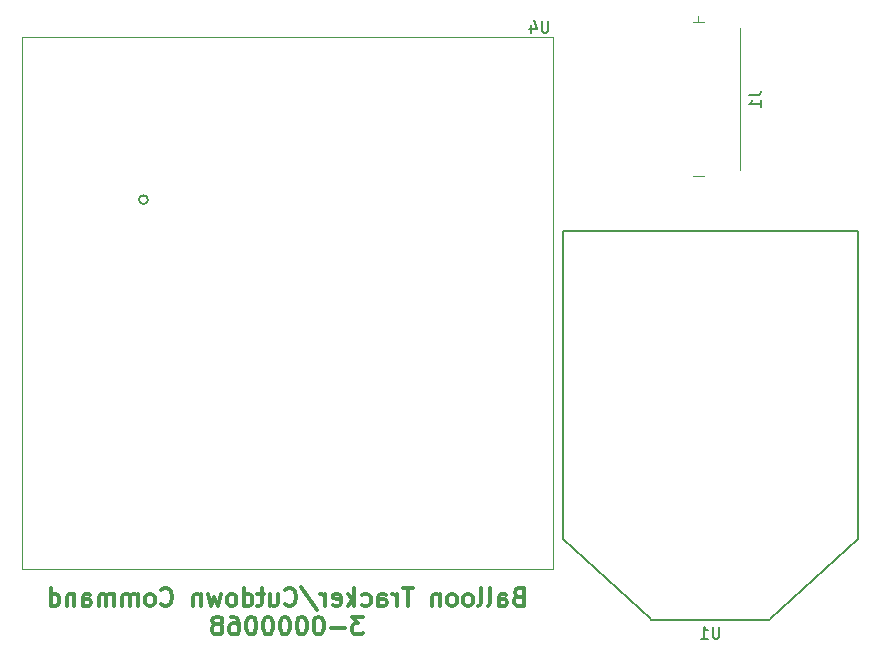
<source format=gbr>
%TF.GenerationSoftware,KiCad,Pcbnew,(6.0.7)*%
%TF.CreationDate,2022-09-05T17:33:02-05:00*%
%TF.ProjectId,tracker,74726163-6b65-4722-9e6b-696361645f70,1.0*%
%TF.SameCoordinates,Original*%
%TF.FileFunction,Legend,Bot*%
%TF.FilePolarity,Positive*%
%FSLAX46Y46*%
G04 Gerber Fmt 4.6, Leading zero omitted, Abs format (unit mm)*
G04 Created by KiCad (PCBNEW (6.0.7)) date 2022-09-05 17:33:02*
%MOMM*%
%LPD*%
G01*
G04 APERTURE LIST*
%ADD10C,0.300000*%
%ADD11C,0.150000*%
%ADD12C,0.120000*%
%ADD13C,0.152400*%
G04 APERTURE END LIST*
D10*
X159489714Y-140671357D02*
X159275428Y-140742785D01*
X159204000Y-140814214D01*
X159132571Y-140957071D01*
X159132571Y-141171357D01*
X159204000Y-141314214D01*
X159275428Y-141385642D01*
X159418285Y-141457071D01*
X159989714Y-141457071D01*
X159989714Y-139957071D01*
X159489714Y-139957071D01*
X159346857Y-140028500D01*
X159275428Y-140099928D01*
X159204000Y-140242785D01*
X159204000Y-140385642D01*
X159275428Y-140528500D01*
X159346857Y-140599928D01*
X159489714Y-140671357D01*
X159989714Y-140671357D01*
X157846857Y-141457071D02*
X157846857Y-140671357D01*
X157918285Y-140528500D01*
X158061142Y-140457071D01*
X158346857Y-140457071D01*
X158489714Y-140528500D01*
X157846857Y-141385642D02*
X157989714Y-141457071D01*
X158346857Y-141457071D01*
X158489714Y-141385642D01*
X158561142Y-141242785D01*
X158561142Y-141099928D01*
X158489714Y-140957071D01*
X158346857Y-140885642D01*
X157989714Y-140885642D01*
X157846857Y-140814214D01*
X156918285Y-141457071D02*
X157061142Y-141385642D01*
X157132571Y-141242785D01*
X157132571Y-139957071D01*
X156132571Y-141457071D02*
X156275428Y-141385642D01*
X156346857Y-141242785D01*
X156346857Y-139957071D01*
X155346857Y-141457071D02*
X155489714Y-141385642D01*
X155561142Y-141314214D01*
X155632571Y-141171357D01*
X155632571Y-140742785D01*
X155561142Y-140599928D01*
X155489714Y-140528500D01*
X155346857Y-140457071D01*
X155132571Y-140457071D01*
X154989714Y-140528500D01*
X154918285Y-140599928D01*
X154846857Y-140742785D01*
X154846857Y-141171357D01*
X154918285Y-141314214D01*
X154989714Y-141385642D01*
X155132571Y-141457071D01*
X155346857Y-141457071D01*
X153989714Y-141457071D02*
X154132571Y-141385642D01*
X154204000Y-141314214D01*
X154275428Y-141171357D01*
X154275428Y-140742785D01*
X154204000Y-140599928D01*
X154132571Y-140528500D01*
X153989714Y-140457071D01*
X153775428Y-140457071D01*
X153632571Y-140528500D01*
X153561142Y-140599928D01*
X153489714Y-140742785D01*
X153489714Y-141171357D01*
X153561142Y-141314214D01*
X153632571Y-141385642D01*
X153775428Y-141457071D01*
X153989714Y-141457071D01*
X152846857Y-140457071D02*
X152846857Y-141457071D01*
X152846857Y-140599928D02*
X152775428Y-140528500D01*
X152632571Y-140457071D01*
X152418285Y-140457071D01*
X152275428Y-140528500D01*
X152204000Y-140671357D01*
X152204000Y-141457071D01*
X150561142Y-139957071D02*
X149704000Y-139957071D01*
X150132571Y-141457071D02*
X150132571Y-139957071D01*
X149204000Y-141457071D02*
X149204000Y-140457071D01*
X149204000Y-140742785D02*
X149132571Y-140599928D01*
X149061142Y-140528500D01*
X148918285Y-140457071D01*
X148775428Y-140457071D01*
X147632571Y-141457071D02*
X147632571Y-140671357D01*
X147704000Y-140528500D01*
X147846857Y-140457071D01*
X148132571Y-140457071D01*
X148275428Y-140528500D01*
X147632571Y-141385642D02*
X147775428Y-141457071D01*
X148132571Y-141457071D01*
X148275428Y-141385642D01*
X148346857Y-141242785D01*
X148346857Y-141099928D01*
X148275428Y-140957071D01*
X148132571Y-140885642D01*
X147775428Y-140885642D01*
X147632571Y-140814214D01*
X146275428Y-141385642D02*
X146418285Y-141457071D01*
X146704000Y-141457071D01*
X146846857Y-141385642D01*
X146918285Y-141314214D01*
X146989714Y-141171357D01*
X146989714Y-140742785D01*
X146918285Y-140599928D01*
X146846857Y-140528500D01*
X146704000Y-140457071D01*
X146418285Y-140457071D01*
X146275428Y-140528500D01*
X145632571Y-141457071D02*
X145632571Y-139957071D01*
X145489714Y-140885642D02*
X145061142Y-141457071D01*
X145061142Y-140457071D02*
X145632571Y-141028500D01*
X143846857Y-141385642D02*
X143989714Y-141457071D01*
X144275428Y-141457071D01*
X144418285Y-141385642D01*
X144489714Y-141242785D01*
X144489714Y-140671357D01*
X144418285Y-140528500D01*
X144275428Y-140457071D01*
X143989714Y-140457071D01*
X143846857Y-140528500D01*
X143775428Y-140671357D01*
X143775428Y-140814214D01*
X144489714Y-140957071D01*
X143132571Y-141457071D02*
X143132571Y-140457071D01*
X143132571Y-140742785D02*
X143061142Y-140599928D01*
X142989714Y-140528500D01*
X142846857Y-140457071D01*
X142704000Y-140457071D01*
X141132571Y-139885642D02*
X142418285Y-141814214D01*
X139775428Y-141314214D02*
X139846857Y-141385642D01*
X140061142Y-141457071D01*
X140204000Y-141457071D01*
X140418285Y-141385642D01*
X140561142Y-141242785D01*
X140632571Y-141099928D01*
X140704000Y-140814214D01*
X140704000Y-140599928D01*
X140632571Y-140314214D01*
X140561142Y-140171357D01*
X140418285Y-140028500D01*
X140204000Y-139957071D01*
X140061142Y-139957071D01*
X139846857Y-140028500D01*
X139775428Y-140099928D01*
X138489714Y-140457071D02*
X138489714Y-141457071D01*
X139132571Y-140457071D02*
X139132571Y-141242785D01*
X139061142Y-141385642D01*
X138918285Y-141457071D01*
X138704000Y-141457071D01*
X138561142Y-141385642D01*
X138489714Y-141314214D01*
X137989714Y-140457071D02*
X137418285Y-140457071D01*
X137775428Y-139957071D02*
X137775428Y-141242785D01*
X137704000Y-141385642D01*
X137561142Y-141457071D01*
X137418285Y-141457071D01*
X136275428Y-141457071D02*
X136275428Y-139957071D01*
X136275428Y-141385642D02*
X136418285Y-141457071D01*
X136704000Y-141457071D01*
X136846857Y-141385642D01*
X136918285Y-141314214D01*
X136989714Y-141171357D01*
X136989714Y-140742785D01*
X136918285Y-140599928D01*
X136846857Y-140528500D01*
X136704000Y-140457071D01*
X136418285Y-140457071D01*
X136275428Y-140528500D01*
X135346857Y-141457071D02*
X135489714Y-141385642D01*
X135561142Y-141314214D01*
X135632571Y-141171357D01*
X135632571Y-140742785D01*
X135561142Y-140599928D01*
X135489714Y-140528500D01*
X135346857Y-140457071D01*
X135132571Y-140457071D01*
X134989714Y-140528500D01*
X134918285Y-140599928D01*
X134846857Y-140742785D01*
X134846857Y-141171357D01*
X134918285Y-141314214D01*
X134989714Y-141385642D01*
X135132571Y-141457071D01*
X135346857Y-141457071D01*
X134346857Y-140457071D02*
X134061142Y-141457071D01*
X133775428Y-140742785D01*
X133489714Y-141457071D01*
X133204000Y-140457071D01*
X132632571Y-140457071D02*
X132632571Y-141457071D01*
X132632571Y-140599928D02*
X132561142Y-140528500D01*
X132418285Y-140457071D01*
X132204000Y-140457071D01*
X132061142Y-140528500D01*
X131989714Y-140671357D01*
X131989714Y-141457071D01*
X129275428Y-141314214D02*
X129346857Y-141385642D01*
X129561142Y-141457071D01*
X129704000Y-141457071D01*
X129918285Y-141385642D01*
X130061142Y-141242785D01*
X130132571Y-141099928D01*
X130204000Y-140814214D01*
X130204000Y-140599928D01*
X130132571Y-140314214D01*
X130061142Y-140171357D01*
X129918285Y-140028500D01*
X129704000Y-139957071D01*
X129561142Y-139957071D01*
X129346857Y-140028500D01*
X129275428Y-140099928D01*
X128418285Y-141457071D02*
X128561142Y-141385642D01*
X128632571Y-141314214D01*
X128704000Y-141171357D01*
X128704000Y-140742785D01*
X128632571Y-140599928D01*
X128561142Y-140528500D01*
X128418285Y-140457071D01*
X128204000Y-140457071D01*
X128061142Y-140528500D01*
X127989714Y-140599928D01*
X127918285Y-140742785D01*
X127918285Y-141171357D01*
X127989714Y-141314214D01*
X128061142Y-141385642D01*
X128204000Y-141457071D01*
X128418285Y-141457071D01*
X127275428Y-141457071D02*
X127275428Y-140457071D01*
X127275428Y-140599928D02*
X127204000Y-140528500D01*
X127061142Y-140457071D01*
X126846857Y-140457071D01*
X126704000Y-140528500D01*
X126632571Y-140671357D01*
X126632571Y-141457071D01*
X126632571Y-140671357D02*
X126561142Y-140528500D01*
X126418285Y-140457071D01*
X126204000Y-140457071D01*
X126061142Y-140528500D01*
X125989714Y-140671357D01*
X125989714Y-141457071D01*
X125275428Y-141457071D02*
X125275428Y-140457071D01*
X125275428Y-140599928D02*
X125204000Y-140528500D01*
X125061142Y-140457071D01*
X124846857Y-140457071D01*
X124704000Y-140528500D01*
X124632571Y-140671357D01*
X124632571Y-141457071D01*
X124632571Y-140671357D02*
X124561142Y-140528500D01*
X124418285Y-140457071D01*
X124204000Y-140457071D01*
X124061142Y-140528500D01*
X123989714Y-140671357D01*
X123989714Y-141457071D01*
X122632571Y-141457071D02*
X122632571Y-140671357D01*
X122704000Y-140528500D01*
X122846857Y-140457071D01*
X123132571Y-140457071D01*
X123275428Y-140528500D01*
X122632571Y-141385642D02*
X122775428Y-141457071D01*
X123132571Y-141457071D01*
X123275428Y-141385642D01*
X123346857Y-141242785D01*
X123346857Y-141099928D01*
X123275428Y-140957071D01*
X123132571Y-140885642D01*
X122775428Y-140885642D01*
X122632571Y-140814214D01*
X121918285Y-140457071D02*
X121918285Y-141457071D01*
X121918285Y-140599928D02*
X121846857Y-140528500D01*
X121704000Y-140457071D01*
X121489714Y-140457071D01*
X121346857Y-140528500D01*
X121275428Y-140671357D01*
X121275428Y-141457071D01*
X119918285Y-141457071D02*
X119918285Y-139957071D01*
X119918285Y-141385642D02*
X120061142Y-141457071D01*
X120346857Y-141457071D01*
X120489714Y-141385642D01*
X120561142Y-141314214D01*
X120632571Y-141171357D01*
X120632571Y-140742785D01*
X120561142Y-140599928D01*
X120489714Y-140528500D01*
X120346857Y-140457071D01*
X120061142Y-140457071D01*
X119918285Y-140528500D01*
X146382571Y-142372071D02*
X145454000Y-142372071D01*
X145954000Y-142943500D01*
X145739714Y-142943500D01*
X145596857Y-143014928D01*
X145525428Y-143086357D01*
X145454000Y-143229214D01*
X145454000Y-143586357D01*
X145525428Y-143729214D01*
X145596857Y-143800642D01*
X145739714Y-143872071D01*
X146168285Y-143872071D01*
X146311142Y-143800642D01*
X146382571Y-143729214D01*
X144811142Y-143300642D02*
X143668285Y-143300642D01*
X142668285Y-142372071D02*
X142525428Y-142372071D01*
X142382571Y-142443500D01*
X142311142Y-142514928D01*
X142239714Y-142657785D01*
X142168285Y-142943500D01*
X142168285Y-143300642D01*
X142239714Y-143586357D01*
X142311142Y-143729214D01*
X142382571Y-143800642D01*
X142525428Y-143872071D01*
X142668285Y-143872071D01*
X142811142Y-143800642D01*
X142882571Y-143729214D01*
X142954000Y-143586357D01*
X143025428Y-143300642D01*
X143025428Y-142943500D01*
X142954000Y-142657785D01*
X142882571Y-142514928D01*
X142811142Y-142443500D01*
X142668285Y-142372071D01*
X141239714Y-142372071D02*
X141096857Y-142372071D01*
X140954000Y-142443500D01*
X140882571Y-142514928D01*
X140811142Y-142657785D01*
X140739714Y-142943500D01*
X140739714Y-143300642D01*
X140811142Y-143586357D01*
X140882571Y-143729214D01*
X140954000Y-143800642D01*
X141096857Y-143872071D01*
X141239714Y-143872071D01*
X141382571Y-143800642D01*
X141454000Y-143729214D01*
X141525428Y-143586357D01*
X141596857Y-143300642D01*
X141596857Y-142943500D01*
X141525428Y-142657785D01*
X141454000Y-142514928D01*
X141382571Y-142443500D01*
X141239714Y-142372071D01*
X139811142Y-142372071D02*
X139668285Y-142372071D01*
X139525428Y-142443500D01*
X139454000Y-142514928D01*
X139382571Y-142657785D01*
X139311142Y-142943500D01*
X139311142Y-143300642D01*
X139382571Y-143586357D01*
X139454000Y-143729214D01*
X139525428Y-143800642D01*
X139668285Y-143872071D01*
X139811142Y-143872071D01*
X139954000Y-143800642D01*
X140025428Y-143729214D01*
X140096857Y-143586357D01*
X140168285Y-143300642D01*
X140168285Y-142943500D01*
X140096857Y-142657785D01*
X140025428Y-142514928D01*
X139954000Y-142443500D01*
X139811142Y-142372071D01*
X138382571Y-142372071D02*
X138239714Y-142372071D01*
X138096857Y-142443500D01*
X138025428Y-142514928D01*
X137954000Y-142657785D01*
X137882571Y-142943500D01*
X137882571Y-143300642D01*
X137954000Y-143586357D01*
X138025428Y-143729214D01*
X138096857Y-143800642D01*
X138239714Y-143872071D01*
X138382571Y-143872071D01*
X138525428Y-143800642D01*
X138596857Y-143729214D01*
X138668285Y-143586357D01*
X138739714Y-143300642D01*
X138739714Y-142943500D01*
X138668285Y-142657785D01*
X138596857Y-142514928D01*
X138525428Y-142443500D01*
X138382571Y-142372071D01*
X136954000Y-142372071D02*
X136811142Y-142372071D01*
X136668285Y-142443500D01*
X136596857Y-142514928D01*
X136525428Y-142657785D01*
X136454000Y-142943500D01*
X136454000Y-143300642D01*
X136525428Y-143586357D01*
X136596857Y-143729214D01*
X136668285Y-143800642D01*
X136811142Y-143872071D01*
X136954000Y-143872071D01*
X137096857Y-143800642D01*
X137168285Y-143729214D01*
X137239714Y-143586357D01*
X137311142Y-143300642D01*
X137311142Y-142943500D01*
X137239714Y-142657785D01*
X137168285Y-142514928D01*
X137096857Y-142443500D01*
X136954000Y-142372071D01*
X135168285Y-142372071D02*
X135454000Y-142372071D01*
X135596857Y-142443500D01*
X135668285Y-142514928D01*
X135811142Y-142729214D01*
X135882571Y-143014928D01*
X135882571Y-143586357D01*
X135811142Y-143729214D01*
X135739714Y-143800642D01*
X135596857Y-143872071D01*
X135311142Y-143872071D01*
X135168285Y-143800642D01*
X135096857Y-143729214D01*
X135025428Y-143586357D01*
X135025428Y-143229214D01*
X135096857Y-143086357D01*
X135168285Y-143014928D01*
X135311142Y-142943500D01*
X135596857Y-142943500D01*
X135739714Y-143014928D01*
X135811142Y-143086357D01*
X135882571Y-143229214D01*
X134168285Y-143014928D02*
X134311142Y-142943500D01*
X134382571Y-142872071D01*
X134454000Y-142729214D01*
X134454000Y-142657785D01*
X134382571Y-142514928D01*
X134311142Y-142443500D01*
X134168285Y-142372071D01*
X133882571Y-142372071D01*
X133739714Y-142443500D01*
X133668285Y-142514928D01*
X133596857Y-142657785D01*
X133596857Y-142729214D01*
X133668285Y-142872071D01*
X133739714Y-142943500D01*
X133882571Y-143014928D01*
X134168285Y-143014928D01*
X134311142Y-143086357D01*
X134382571Y-143157785D01*
X134454000Y-143300642D01*
X134454000Y-143586357D01*
X134382571Y-143729214D01*
X134311142Y-143800642D01*
X134168285Y-143872071D01*
X133882571Y-143872071D01*
X133739714Y-143800642D01*
X133668285Y-143729214D01*
X133596857Y-143586357D01*
X133596857Y-143300642D01*
X133668285Y-143157785D01*
X133739714Y-143086357D01*
X133882571Y-143014928D01*
D11*
%TO.C,J1*%
X179030380Y-98218666D02*
X179744666Y-98218666D01*
X179887523Y-98171047D01*
X179982761Y-98075809D01*
X180030380Y-97932952D01*
X180030380Y-97837714D01*
X180030380Y-99218666D02*
X180030380Y-98647238D01*
X180030380Y-98932952D02*
X179030380Y-98932952D01*
X179173238Y-98837714D01*
X179268476Y-98742476D01*
X179316095Y-98647238D01*
%TO.C,U1*%
X176529904Y-143216380D02*
X176529904Y-144025904D01*
X176482285Y-144121142D01*
X176434666Y-144168761D01*
X176339428Y-144216380D01*
X176148952Y-144216380D01*
X176053714Y-144168761D01*
X176006095Y-144121142D01*
X175958476Y-144025904D01*
X175958476Y-143216380D01*
X174958476Y-144216380D02*
X175529904Y-144216380D01*
X175244190Y-144216380D02*
X175244190Y-143216380D01*
X175339428Y-143359238D01*
X175434666Y-143454476D01*
X175529904Y-143502095D01*
%TO.C,U4*%
X162051904Y-91908380D02*
X162051904Y-92717904D01*
X162004285Y-92813142D01*
X161956666Y-92860761D01*
X161861428Y-92908380D01*
X161670952Y-92908380D01*
X161575714Y-92860761D01*
X161528095Y-92813142D01*
X161480476Y-92717904D01*
X161480476Y-91908380D01*
X160575714Y-92241714D02*
X160575714Y-92908380D01*
X160813809Y-91860761D02*
X161051904Y-92575047D01*
X160432857Y-92575047D01*
D12*
%TO.C,J1*%
X178252000Y-104552000D02*
X178252000Y-92552000D01*
X175252000Y-105052000D02*
X174252000Y-105052000D01*
X175252000Y-92052000D02*
X174252000Y-92052000D01*
X174752000Y-92052000D02*
X174752000Y-91552000D01*
D11*
%TO.C,U1*%
X188264800Y-115570000D02*
X188264800Y-109677200D01*
X163271200Y-115570000D02*
X163271200Y-109677200D01*
X170738800Y-142595600D02*
X163271200Y-135788400D01*
X180797200Y-142595600D02*
X188264800Y-135788400D01*
X188268000Y-115570000D02*
X188268000Y-135763000D01*
X180768000Y-142614000D02*
X170768000Y-142614000D01*
X163268000Y-115570000D02*
X163268000Y-135763000D01*
X188268000Y-109674000D02*
X163268000Y-109674000D01*
D13*
%TO.C,U3*%
X128143000Y-107061000D02*
G75*
G03*
X128143000Y-107061000I-381000J0D01*
G01*
D12*
%TO.C,U4*%
X117454000Y-93324000D02*
X117454000Y-138324000D01*
X117454000Y-138324000D02*
X162454000Y-138324000D01*
X162454000Y-138324000D02*
X162454000Y-93324000D01*
X162454000Y-93324000D02*
X117454000Y-93324000D01*
%TD*%
M02*

</source>
